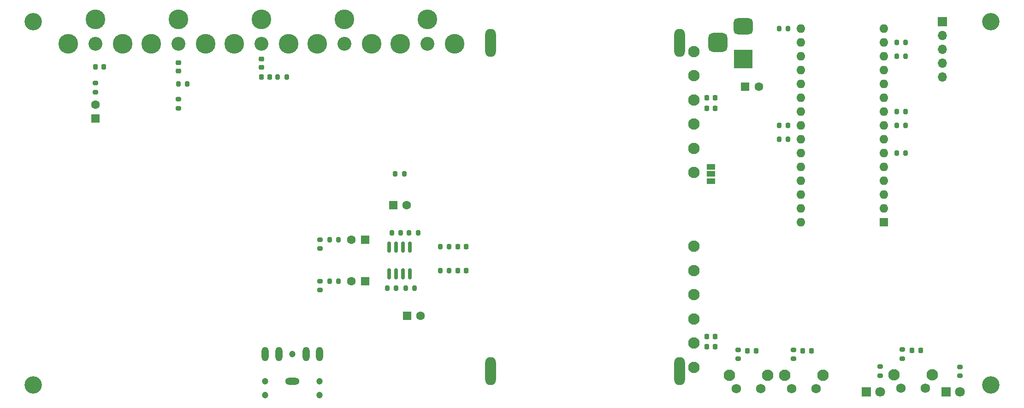
<source format=gts>
G04 #@! TF.GenerationSoftware,KiCad,Pcbnew,(6.0.0)*
G04 #@! TF.CreationDate,2022-11-09T00:41:27-05:00*
G04 #@! TF.ProjectId,nano driven fm1236,6e616e6f-2064-4726-9976-656e20666d31,rev?*
G04 #@! TF.SameCoordinates,Original*
G04 #@! TF.FileFunction,Soldermask,Top*
G04 #@! TF.FilePolarity,Negative*
%FSLAX46Y46*%
G04 Gerber Fmt 4.6, Leading zero omitted, Abs format (unit mm)*
G04 Created by KiCad (PCBNEW (6.0.0)) date 2022-11-09 00:41:27*
%MOMM*%
%LPD*%
G01*
G04 APERTURE LIST*
G04 Aperture macros list*
%AMRoundRect*
0 Rectangle with rounded corners*
0 $1 Rounding radius*
0 $2 $3 $4 $5 $6 $7 $8 $9 X,Y pos of 4 corners*
0 Add a 4 corners polygon primitive as box body*
4,1,4,$2,$3,$4,$5,$6,$7,$8,$9,$2,$3,0*
0 Add four circle primitives for the rounded corners*
1,1,$1+$1,$2,$3*
1,1,$1+$1,$4,$5*
1,1,$1+$1,$6,$7*
1,1,$1+$1,$8,$9*
0 Add four rect primitives between the rounded corners*
20,1,$1+$1,$2,$3,$4,$5,0*
20,1,$1+$1,$4,$5,$6,$7,0*
20,1,$1+$1,$6,$7,$8,$9,0*
20,1,$1+$1,$8,$9,$2,$3,0*%
G04 Aperture macros list end*
%ADD10R,1.600000X1.600000*%
%ADD11C,1.600000*%
%ADD12R,3.500000X3.500000*%
%ADD13RoundRect,0.750000X-1.000000X0.750000X-1.000000X-0.750000X1.000000X-0.750000X1.000000X0.750000X0*%
%ADD14RoundRect,0.875000X-0.875000X0.875000X-0.875000X-0.875000X0.875000X-0.875000X0.875000X0.875000X0*%
%ADD15RoundRect,0.200000X-0.200000X-0.275000X0.200000X-0.275000X0.200000X0.275000X-0.200000X0.275000X0*%
%ADD16RoundRect,0.200000X0.200000X0.275000X-0.200000X0.275000X-0.200000X-0.275000X0.200000X-0.275000X0*%
%ADD17RoundRect,0.225000X0.225000X0.250000X-0.225000X0.250000X-0.225000X-0.250000X0.225000X-0.250000X0*%
%ADD18R,1.800000X1.800000*%
%ADD19C,1.800000*%
%ADD20RoundRect,0.200000X0.275000X-0.200000X0.275000X0.200000X-0.275000X0.200000X-0.275000X-0.200000X0*%
%ADD21C,3.200000*%
%ADD22C,3.616000*%
%ADD23C,2.550000*%
%ADD24RoundRect,0.225000X-0.225000X-0.250000X0.225000X-0.250000X0.225000X0.250000X-0.225000X0.250000X0*%
%ADD25O,1.600000X1.600000*%
%ADD26RoundRect,0.225000X0.250000X-0.225000X0.250000X0.225000X-0.250000X0.225000X-0.250000X-0.225000X0*%
%ADD27C,2.100000*%
%ADD28C,1.750000*%
%ADD29O,2.000000X5.170000*%
%ADD30C,1.200000*%
%ADD31O,2.616000X1.308000*%
%ADD32O,1.308000X2.616000*%
%ADD33R,1.500000X1.000000*%
%ADD34R,1.700000X1.700000*%
%ADD35O,1.700000X1.700000*%
%ADD36RoundRect,0.150000X0.150000X-0.825000X0.150000X0.825000X-0.150000X0.825000X-0.150000X-0.825000X0*%
G04 APERTURE END LIST*
D10*
X183452888Y-72898000D03*
D11*
X185952888Y-72898000D03*
D12*
X183151000Y-67782000D03*
D13*
X183151000Y-61782000D03*
D14*
X178451000Y-64782000D03*
D15*
X121095000Y-109855000D03*
X122745000Y-109855000D03*
X211265000Y-77470000D03*
X212915000Y-77470000D03*
D16*
X108775000Y-100965000D03*
X107125000Y-100965000D03*
X129095000Y-106680000D03*
X127445000Y-106680000D03*
X81025000Y-72390000D03*
X79375000Y-72390000D03*
D17*
X132220000Y-106680000D03*
X130670000Y-106680000D03*
D10*
X113665000Y-100965000D03*
D11*
X111165000Y-100965000D03*
D18*
X220340000Y-128962500D03*
D19*
X222880000Y-128962500D03*
D16*
X191325000Y-62230000D03*
X189675000Y-62230000D03*
D20*
X192300000Y-122860000D03*
X192300000Y-121210000D03*
D21*
X52705000Y-127635000D03*
D22*
X99615000Y-65005000D03*
X89615000Y-65005000D03*
X94615000Y-60505000D03*
D23*
X94615000Y-65005000D03*
D15*
X211265000Y-85090000D03*
X212915000Y-85090000D03*
D24*
X176390000Y-118745000D03*
X177940000Y-118745000D03*
D15*
X211265000Y-67310000D03*
X212915000Y-67310000D03*
X189675000Y-80010000D03*
X191325000Y-80010000D03*
D16*
X120840000Y-88900000D03*
X119190000Y-88900000D03*
D15*
X189675000Y-82550000D03*
X191325000Y-82550000D03*
D22*
X130095000Y-65005000D03*
X120095000Y-65005000D03*
X125095000Y-60505000D03*
D23*
X125095000Y-65005000D03*
D24*
X214120000Y-121342500D03*
X215670000Y-121342500D03*
D10*
X118809888Y-94615000D03*
D11*
X121309888Y-94615000D03*
D20*
X208280000Y-125920000D03*
X208280000Y-124270000D03*
D21*
X228600000Y-60960000D03*
D10*
X113665000Y-108585000D03*
D11*
X111165000Y-108585000D03*
D21*
X52705000Y-60960000D03*
D10*
X64135000Y-78675113D03*
D11*
X64135000Y-76175113D03*
D22*
X84375000Y-65005000D03*
X74375000Y-65005000D03*
X79375000Y-60505000D03*
D23*
X79375000Y-65005000D03*
D10*
X208905000Y-97790000D03*
D25*
X208905000Y-95250000D03*
X208905000Y-92710000D03*
X208905000Y-90170000D03*
X208905000Y-87630000D03*
X208905000Y-85090000D03*
X208905000Y-82550000D03*
X208905000Y-80010000D03*
X208905000Y-77470000D03*
X208905000Y-74930000D03*
X208905000Y-72390000D03*
X208905000Y-69850000D03*
X208905000Y-67310000D03*
X208905000Y-64770000D03*
X208905000Y-62230000D03*
X193665000Y-62230000D03*
X193665000Y-64770000D03*
X193665000Y-67310000D03*
X193665000Y-69850000D03*
X193665000Y-72390000D03*
X193665000Y-74930000D03*
X193665000Y-77470000D03*
X193665000Y-80010000D03*
X193665000Y-82550000D03*
X193665000Y-85090000D03*
X193665000Y-87630000D03*
X193665000Y-90170000D03*
X193665000Y-92710000D03*
X193665000Y-95250000D03*
X193665000Y-97790000D03*
D26*
X94615000Y-69355000D03*
X94615000Y-67805000D03*
D24*
X176390000Y-74930000D03*
X177940000Y-74930000D03*
D27*
X180560000Y-125837500D03*
X187570000Y-125837500D03*
D28*
X186320000Y-128327500D03*
X181820000Y-128327500D03*
D10*
X121349888Y-114935000D03*
D11*
X123849888Y-114935000D03*
D15*
X121730000Y-99695000D03*
X123380000Y-99695000D03*
D27*
X174020000Y-66413000D03*
X174020000Y-70858000D03*
X174020000Y-75303000D03*
X174020000Y-79748000D03*
X174020000Y-84193000D03*
X174020000Y-88638000D03*
X174020000Y-102178000D03*
X174020000Y-106623000D03*
X174020000Y-111068000D03*
X174020000Y-115513000D03*
X174020000Y-119958000D03*
X174020000Y-124403000D03*
D29*
X136720000Y-64858000D03*
X136720000Y-125088000D03*
X171420000Y-125088000D03*
X171420000Y-64858000D03*
D24*
X176390000Y-120650000D03*
X177940000Y-120650000D03*
X94615000Y-71120000D03*
X96165000Y-71120000D03*
D26*
X79375000Y-69990000D03*
X79375000Y-68440000D03*
D15*
X211265000Y-80010000D03*
X212915000Y-80010000D03*
D24*
X64135000Y-69215000D03*
X65685000Y-69215000D03*
D16*
X108775000Y-108585000D03*
X107125000Y-108585000D03*
D20*
X212355000Y-122802500D03*
X212355000Y-121152500D03*
D27*
X190720000Y-125837500D03*
X197730000Y-125837500D03*
D28*
X196480000Y-128327500D03*
X191980000Y-128327500D03*
D18*
X205735000Y-128905000D03*
D19*
X208275000Y-128905000D03*
D27*
X210775000Y-125780000D03*
X217785000Y-125780000D03*
D28*
X216535000Y-128270000D03*
X212035000Y-128270000D03*
D20*
X105410000Y-102615000D03*
X105410000Y-100965000D03*
D30*
X105330000Y-127000000D03*
X95330000Y-127000000D03*
X100330000Y-122000000D03*
X105330000Y-129500000D03*
X95330000Y-129500000D03*
D31*
X100330000Y-127000000D03*
D32*
X105330000Y-122000000D03*
X95330000Y-122000000D03*
X102830000Y-122000000D03*
X97830000Y-122000000D03*
D33*
X177165000Y-90200000D03*
X177165000Y-88900000D03*
X177165000Y-87600000D03*
D15*
X211265000Y-64770000D03*
X212915000Y-64770000D03*
D20*
X222885000Y-125977500D03*
X222885000Y-124327500D03*
D34*
X219710000Y-60965000D03*
D35*
X219710000Y-63505000D03*
X219710000Y-66045000D03*
X219710000Y-68585000D03*
X219710000Y-71125000D03*
D16*
X129095000Y-102235000D03*
X127445000Y-102235000D03*
D21*
X228600000Y-127635000D03*
D24*
X194065000Y-121400000D03*
X195615000Y-121400000D03*
X183905000Y-121400000D03*
X185455000Y-121400000D03*
D20*
X64135000Y-73850000D03*
X64135000Y-72200000D03*
X79375000Y-76835000D03*
X79375000Y-75185000D03*
D24*
X176390000Y-76835000D03*
X177940000Y-76835000D03*
D20*
X182140000Y-122860000D03*
X182140000Y-121210000D03*
D36*
X118110000Y-107250000D03*
X119380000Y-107250000D03*
X120650000Y-107250000D03*
X121920000Y-107250000D03*
X121920000Y-102300000D03*
X120650000Y-102300000D03*
X119380000Y-102300000D03*
X118110000Y-102300000D03*
D20*
X105410000Y-110235000D03*
X105410000Y-108585000D03*
D16*
X119380000Y-109855000D03*
X117730000Y-109855000D03*
D17*
X132220000Y-102235000D03*
X130670000Y-102235000D03*
D15*
X97600000Y-71120000D03*
X99250000Y-71120000D03*
D22*
X114855000Y-65005000D03*
X104855000Y-65005000D03*
X109855000Y-60505000D03*
D23*
X109855000Y-65005000D03*
D16*
X120205000Y-99695000D03*
X118555000Y-99695000D03*
D22*
X69135000Y-65005000D03*
X59135000Y-65005000D03*
X64135000Y-60505000D03*
D23*
X64135000Y-65005000D03*
M02*

</source>
